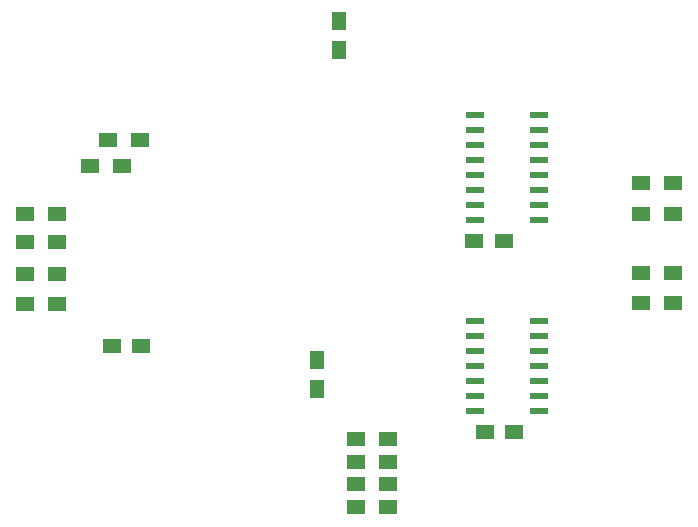
<source format=gbr>
%TF.GenerationSoftware,KiCad,Pcbnew,no-vcs-found-b05a40e~61~ubuntu16.04.1*%
%TF.CreationDate,2017-12-24T14:58:55+02:00*%
%TF.ProjectId,7-segment-block,372D7365676D656E742D626C6F636B2E,rev?*%
%TF.SameCoordinates,Original*%
%TF.FileFunction,Paste,Bot*%
%TF.FilePolarity,Positive*%
%FSLAX46Y46*%
G04 Gerber Fmt 4.6, Leading zero omitted, Abs format (unit mm)*
G04 Created by KiCad (PCBNEW no-vcs-found-b05a40e~61~ubuntu16.04.1) date Sun Dec 24 14:58:55 2017*
%MOMM*%
%LPD*%
G01*
G04 APERTURE LIST*
%ADD10R,1.500000X1.300000*%
%ADD11R,1.250000X1.500000*%
%ADD12R,1.500000X1.250000*%
%ADD13R,1.500000X0.600000*%
G04 APERTURE END LIST*
D10*
%TO.C,R14*%
X139150000Y-61300000D03*
X141850000Y-61300000D03*
%TD*%
D11*
%TO.C,C4*%
X160200000Y-49050000D03*
X160200000Y-51550000D03*
%TD*%
D12*
%TO.C,C5*%
X140950000Y-76600000D03*
X143450000Y-76600000D03*
%TD*%
D11*
%TO.C,C6*%
X158300000Y-77750000D03*
X158300000Y-80250000D03*
%TD*%
D10*
%TO.C,R13*%
X140650000Y-59100000D03*
X143350000Y-59100000D03*
%TD*%
D12*
%TO.C,C2*%
X172550000Y-83900000D03*
X175050000Y-83900000D03*
%TD*%
D10*
%TO.C,R9*%
X164350000Y-90190000D03*
X161650000Y-90190000D03*
%TD*%
%TO.C,R11*%
X161650000Y-86390000D03*
X164350000Y-86390000D03*
%TD*%
%TO.C,R12*%
X164350000Y-84490000D03*
X161650000Y-84490000D03*
%TD*%
%TO.C,R10*%
X161650000Y-88290000D03*
X164350000Y-88290000D03*
%TD*%
D13*
%TO.C,U2*%
X177100000Y-82110000D03*
X177100000Y-80840000D03*
X177100000Y-79570000D03*
X177100000Y-78300000D03*
X177100000Y-77030000D03*
X177100000Y-75760000D03*
X177100000Y-74490000D03*
X171700000Y-74490000D03*
X171700000Y-75760000D03*
X171700000Y-77030000D03*
X171700000Y-78300000D03*
X171700000Y-79570000D03*
X171700000Y-80840000D03*
X171700000Y-82110000D03*
%TD*%
D12*
%TO.C,C1*%
X174150000Y-67700000D03*
X171650000Y-67700000D03*
%TD*%
D10*
%TO.C,R8*%
X188450000Y-72900000D03*
X185750000Y-72900000D03*
%TD*%
%TO.C,R5*%
X185750000Y-62800000D03*
X188450000Y-62800000D03*
%TD*%
%TO.C,R4*%
X133650000Y-65400000D03*
X136350000Y-65400000D03*
%TD*%
%TO.C,R3*%
X136350000Y-67800000D03*
X133650000Y-67800000D03*
%TD*%
%TO.C,R2*%
X133650000Y-70500000D03*
X136350000Y-70500000D03*
%TD*%
%TO.C,R1*%
X136350000Y-73000000D03*
X133650000Y-73000000D03*
%TD*%
%TO.C,R6*%
X188450000Y-65400000D03*
X185750000Y-65400000D03*
%TD*%
%TO.C,R7*%
X185750000Y-70400000D03*
X188450000Y-70400000D03*
%TD*%
D13*
%TO.C,U1*%
X177100000Y-65945000D03*
X177100000Y-64675000D03*
X177100000Y-63405000D03*
X177100000Y-62135000D03*
X177100000Y-60865000D03*
X177100000Y-59595000D03*
X177100000Y-58325000D03*
X177100000Y-57055000D03*
X171700000Y-57055000D03*
X171700000Y-58325000D03*
X171700000Y-59595000D03*
X171700000Y-60865000D03*
X171700000Y-62135000D03*
X171700000Y-63405000D03*
X171700000Y-64675000D03*
X171700000Y-65945000D03*
%TD*%
M02*

</source>
